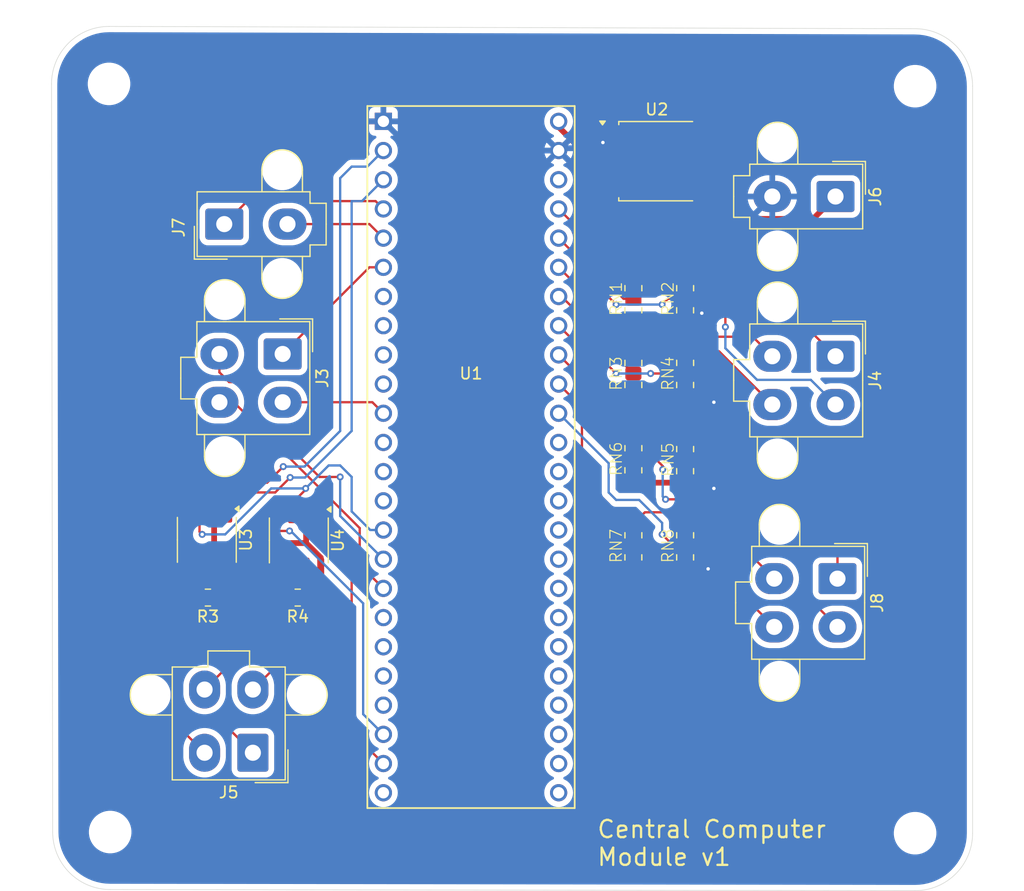
<source format=kicad_pcb>
(kicad_pcb (version 20240108) (generator "pcbnew") (generator_version "8.0")
  (layers (0 "F.Cu" signal) (31 "B.Cu" signal) (34 "B.Paste" user) (35 "F.Paste" user) (36 "B.SilkS" user "B.Silkscreen") (37 "F.SilkS" user "F.Silkscreen") (38 "B.Mask" user) (39 "F.Mask" user) (44 "Edge.Cuts" user))
  (net 0 "")
  (net 1 "Vin")
  (net 2 "GLV-")
  (net 3 "+5V")
  (net 4 "CANH_1")
  (net 5 "CANL_1")
  (net 6 "CAN_TX_1")
  (net 7 "+3.3V")
  (net 8 "CAN_RX_1")
  (net 9 "CAN_TX_2")
  (net 10 "CANH_2")
  (net 11 "CANL_2")
  (net 12 "CAN_RX_2")
  (net 15 "Net-(U1-16_A2_RX4_SCL1)")
  (net 17 "Net-(U1-21_A7_RX5_BCLK1)")
  (net 20 "Net-(U1-22_A8_CTX1)")
  (net 23 "Net-(U1-20_A6_TX5_LRCLK1)")
  (net 28 "PWM_in_2")
  (net 30 "i2c_SCL")
  (net 33 "Net-(U1-19_A5_SCL)")
  (net 34 "Net-(U1-17_A3_TX4_SDA1)")
  (net 36 "Net-(U1-18_A4_SDA)")
  (net 38 "i2c_SDA")
  (net 40 "PWM_in_1")
  (net 42 "brake_light")
  (net 45 "ready_to_drive_button")
  (net 50 "Net-(U1-23_A9_CRX1_MCLK1)")
  (net 53 "acc_ped_1")
  (net 54 "brake_2")
  (net 55 "acc_ped_2")
  (net 56 "brake_1")
  (net 57 "lin_pot_1")
  (net 58 "lin_pot_2")
  (net 59 "lin_pot_3")
  (net 60 "lin_pot_4")
  (footprint "voltagedivider:Voltage_Divider" (layer "F.Cu") (at 159.5 92 90)
    (property "Reference" "RN3" (at 0 -1.5 90) (layer "F.SilkS") (effects (font (thickness 0.1))))
    (property "Value" "VoltageDivider" (hide yes))
    (pad "1" smd roundrect (at -2 0 90) (size 1.2 1.4) (layers "F.Cu" "F.Paste" "F.Mask") (roundrect_rratio 0.208333) (net 2 "GLV-"))
    (pad "2" smd roundrect (at 0 0 90) (size 1.2 1.4) (layers "F.Cu" "F.Paste" "F.Mask") (roundrect_rratio 0.208333) (net 17 "Net-(U1-21_A7_RX5_BCLK1)"))
    (pad "3" smd roundrect (at 1.922936 0 270) (size 1.2 1.4) (layers "F.Cu" "F.Paste" "F.Mask") (roundrect_rratio 0.2) (net 59 "lin_pot_3"))
  )
  (footprint "Connector_Molex:Molex_Mini-Fit_Jr_5566-04A2_2x02_P4.20mm_Vertical" (layer "F.Cu") (at 177.25 109.85 -90)
    (property "Reference" "J8" (at 2.1 -3.45 90) (layer "F.SilkS"))
    (property "Value" "Conn_01x04_Socket")
    (pad "" np_thru_hole circle (at -4.7 5.04 270) (size 3 3) (drill 3) (layers "*.Cu" "*.Mask"))
    (pad "" np_thru_hole circle (at 8.9 5.04 270) (size 3 3) (drill 3) (layers "*.Cu" "*.Mask"))
    (pad "1" thru_hole roundrect (at 0 0 270) (size 2.7 3.3) (drill 1.4) (layers "*.Cu" "*.Mask") (roundrect_rratio 0.092593) (net 53 "acc_ped_1"))
    (pad "2" thru_hole oval (at 4.2 0 270) (size 2.7 3.3) (drill 1.4) (layers "*.Cu" "*.Mask") (net 55 "acc_ped_2"))
    (pad "3" thru_hole oval (at 0 5.5 270) (size 2.7 3.3) (drill 1.4) (layers "*.Cu" "*.Mask") (net 56 "brake_1"))
    (pad "4" thru_hole oval (at 4.2 5.5 270) (size 2.7 3.3) (drill 1.4) (layers "*.Cu" "*.Mask") (net 54 "brake_2"))
  )
  (footprint "Package_SO:SOIC-8_3.9x4.9mm_P1.27mm" (layer "F.Cu") (at 122.405 106.475 -90)
    (property "Reference" "U3" (at 0 -3.4 90) (layer "F.SilkS"))
    (property "Value" "SN65HVD230")
    (pad "1" smd roundrect (at -2.475 -1.905 270) (size 1.95 0.6) (layers "F.Cu" "F.Paste" "F.Mask") (net 6 "CAN_TX_1"))
    (pad "2" smd roundrect (at -2.475 -0.635 270) (size 1.95 0.6) (layers "F.Cu" "F.Paste" "F.Mask") (net 2 "GLV-"))
    (pad "3" smd roundrect (at -2.475 0.635 270) (size 1.95 0.6) (layers "F.Cu" "F.Paste" "F.Mask") (net 7 "+3.3V"))
    (pad "4" smd roundrect (at -2.475 1.905 270) (size 1.95 0.6) (layers "F.Cu" "F.Paste" "F.Mask") (net 8 "CAN_RX_1"))
    (pad "5" smd roundrect (at 2.475 1.905 270) (size 1.95 0.6) (layers "F.Cu" "F.Paste" "F.Mask") (net 2 "GLV-"))
    (pad "6" smd roundrect (at 2.475 0.635 270) (size 1.95 0.6) (layers "F.Cu" "F.Paste" "F.Mask") (net 5 "CANL_1"))
    (pad "7" smd roundrect (at 2.475 -0.635 270) (size 1.95 0.6) (layers "F.Cu" "F.Paste" "F.Mask") (net 4 "CANH_1"))
    (pad "8" smd roundrect (at 2.475 -1.905 270) (size 1.95 0.6) (layers "F.Cu" "F.Paste" "F.Mask") (net 2 "GLV-"))
  )
  (footprint "Connector_Molex:Molex_Mini-Fit_Jr_5566-04A2_2x02_P4.20mm_Vertical" (layer "F.Cu") (at 126.41 125 180)
    (property "Reference" "J5" (at 2.1 -3.45 0) (layer "F.SilkS"))
    (property "Value" "Conn_01x04_Socket")
    (pad "" np_thru_hole circle (at -4.7 5.04 180) (size 3 3) (drill 3) (layers "*.Cu" "*.Mask"))
    (pad "" np_thru_hole circle (at 8.9 5.04 180) (size 3 3) (drill 3) (layers "*.Cu" "*.Mask"))
    (pad "1" thru_hole roundrect (at 0 0 180) (size 2.7 3.3) (drill 1.4) (layers "*.Cu" "*.Mask") (roundrect_rratio 0.092593) (net 4 "CANH_1"))
    (pad "2" thru_hole oval (at 4.2 0 180) (size 2.7 3.3) (drill 1.4) (layers "*.Cu" "*.Mask") (net 5 "CANL_1"))
    (pad "3" thru_hole oval (at 0 5.5 180) (size 2.7 3.3) (drill 1.4) (layers "*.Cu" "*.Mask") (net 10 "CANH_2"))
    (pad "4" thru_hole oval (at 4.2 5.5 180) (size 2.7 3.3) (drill 1.4) (layers "*.Cu" "*.Mask") (net 11 "CANL_2"))
  )
  (footprint "Resistor_SMD:R_0805_2012Metric_Pad1.20x1.40mm_HandSolder" (layer "F.Cu") (at 122.5 111.5 180)
    (property "Reference" "R3" (at 0 -1.65 0) (layer "F.SilkS"))
    (property "Value" "R_US")
    (pad "1" smd roundrect (at -1 0 180) (size 1.2 1.4) (layers "F.Cu" "F.Paste" "F.Mask") (roundrect_rratio 0.208333) (net 4 "CANH_1"))
    (pad "2" smd roundrect (at 1 0 180) (size 1.2 1.4) (layers "F.Cu" "F.Paste" "F.Mask") (roundrect_rratio 0.208333) (net 5 "CANL_1"))
  )
  (footprint "teensy:CONN_4848-6000-CP_3MM" (layer "F.Cu") (at 137.76 70.06)
    (property "Reference" "U1" (at 7.62 21.94 0) (layer "F.SilkS"))
    (property "Value" "Teensy4.1")
    (pad "1" thru_hole rect (at 0 0) (size 1.4986 1.4986) (drill 0.9906) (layers "*.Cu" "*.Mask") (net 2 "GLV-"))
    (pad "2" thru_hole circle (at 0 2.54) (size 1.4986 1.4986) (drill 0.9906) (layers "*.Cu" "*.Mask") (net 8 "CAN_RX_1"))
    (pad "3" thru_hole circle (at 0 5.08) (size 1.4986 1.4986) (drill 0.9906) (layers "*.Cu" "*.Mask") (net 6 "CAN_TX_1"))
    (pad "4" thru_hole circle (at 0 7.62) (size 1.4986 1.4986) (drill 0.9906) (layers "*.Cu" "*.Mask") (net 40 "PWM_in_1"))
    (pad "5" thru_hole circle (at 0 10.16) (size 1.4986 1.4986) (drill 0.9906) (layers "*.Cu" "*.Mask") (net 28 "PWM_in_2"))
    (pad "6" thru_hole circle (at 0 12.7) (size 1.4986 1.4986) (drill 0.9906) (layers "*.Cu" "*.Mask") (net 45 "ready_to_drive_button"))
    (pad "7" thru_hole circle (at 0 15.24) (size 1.4986 1.4986) (drill 0.9906) (layers "*.Cu" "*.Mask"))
    (pad "8" thru_hole circle (at 0 17.78) (size 1.4986 1.4986) (drill 0.9906) (layers "*.Cu" "*.Mask"))
    (pad "9" thru_hole circle (at 0 20.32) (size 1.4986 1.4986) (drill 0.9906) (layers "*.Cu" "*.Mask"))
    (pad "10" thru_hole circle (at 0 22.86) (size 1.4986 1.4986) (drill 0.9906) (layers "*.Cu" "*.Mask"))
    (pad "11" thru_hole circle (at 0 25.4) (size 1.4986 1.4986) (drill 0.9906) (layers "*.Cu" "*.Mask") (net 42 "brake_light"))
    (pad "12" thru_hole circle (at 0 27.94) (size 1.4986 1.4986) (drill 0.9906) (layers "*.Cu" "*.Mask"))
    (pad "13" thru_hole circle (at 0 30.48) (size 1.4986 1.4986) (drill 0.9906) (layers "*.Cu" "*.Mask"))
    (pad "14" thru_hole circle (at 0 33.02) (size 1.4986 1.4986) (drill 0.9906) (layers "*.Cu" "*.Mask"))
    (pad "15" thru_hole circle (at 0 35.56) (size 1.4986 1.4986) (drill 0.9906) (layers "*.Cu" "*.Mask") (net 7 "+3.3V"))
    (pad "16" thru_hole circle (at 0 38.1) (size 1.4986 1.4986) (drill 0.9906) (layers "*.Cu" "*.Mask") (net 30 "i2c_SCL"))
    (pad "17" thru_hole circle (at 0 40.64) (size 1.4986 1.4986) (drill 0.9906) (layers "*.Cu" "*.Mask") (net 38 "i2c_SDA"))
    (pad "18" thru_hole circle (at 0 43.18) (size 1.4986 1.4986) (drill 0.9906) (layers "*.Cu" "*.Mask"))
    (pad "19" thru_hole circle (at 0 45.72) (size 1.4986 1.4986) (drill 0.9906) (layers "*.Cu" "*.Mask"))
    (pad "20" thru_hole circle (at 0 48.26) (size 1.4986 1.4986) (drill 0.9906) (layers "*.Cu" "*.Mask"))
    (pad "21" thru_hole circle (at 0 50.8) (size 1.4986 1.4986) (drill 0.9906) (layers "*.Cu" "*.Mask"))
    (pad "22" thru_hole circle (at 0 53.34) (size 1.4986 1.4986) (drill 0.9906) (layers "*.Cu" "*.Mask") (net 12 "CAN_RX_2"))
    (pad "23" thru_hole circle (at 0 55.88) (size 1.4986 1.4986) (drill 0.9906) (layers "*.Cu" "*.Mask") (net 9 "CAN_TX_2"))
    (pad "24" thru_hole circle (at 0 58.42) (size 1.4986 1.4986) (drill 0.9906) (layers "*.Cu" "*.Mask"))
    (pad "25" thru_hole circle (at 15.24 58.42) (size 1.4986 1.4986) (drill 0.9906) (layers "*.Cu" "*.Mask"))
    (pad "26" thru_hole circle (at 15.24 55.88) (size 1.4986 1.4986) (drill 0.9906) (layers "*.Cu" "*.Mask"))
    (pad "27" thru_hole circle (at 15.24 53.34) (size 1.4986 1.4986) (drill 0.9906) (layers "*.Cu" "*.Mask"))
    (pad "28" thru_hole circle (at 15.24 50.8) (size 1.4986 1.4986) (drill 0.9906) (layers "*.Cu" "*.Mask"))
    (pad "29" thru_hole circle (at 15.24 48.26) (size 1.4986 1.4986) (drill 0.9906) (layers "*.Cu" "*.Mask"))
    (pad "30" thru_hole circle (at 15.24 45.72) (size 1.4986 1.4986) (drill 0.9906) (layers "*.Cu" "*.Mask"))
    (pad "31" thru_hole circle (at 15.24 43.18) (size 1.4986 1.4986) (drill 0.9906) (layers "*.Cu" "*.Mask"))
    (pad "32" thru_hole circle (at 15.24 40.64) (size 1.4986 1.4986) (drill 0.9906) (layers "*.Cu" "*.Mask"))
    (pad "33" thru_hole circle (at 15.24 38.1) (size 1.4986 1.4986) (drill 0.9906) (layers "*.Cu" "*.Mask"))
    (pad "34" thru_hole circle (at 15.24 35.56) (size 1.4986 1.4986) (drill 0.9906) (layers "*.Cu" "*.Mask"))
    (pad "35" thru_hole circle (at 15.24 33.02) (size 1.4986 1.4986) (drill 0.9906) (layers "*.Cu" "*.Mask"))
    (pad "36" thru_hole circle (at 15.24 30.48) (size 1.4986 1.4986) (drill 0.9906) (layers "*.Cu" "*.Mask"))
    (pad "37" thru_hole circle (at 15.24 27.94) (size 1.4986 1.4986) (drill 0.9906) (layers "*.Cu" "*.Mask"))
    (pad "38" thru_hole circle (at 15.24 25.4) (size 1.4986 1.4986) (drill 0.9906) (layers "*.Cu" "*.Mask") (net 15 "Net-(U1-16_A2_RX4_SCL1)"))
    (pad "39" thru_hole circle (at 15.24 22.86) (size 1.4986 1.4986) (drill 0.9906) (layers "*.Cu" "*.Mask") (net 34 "Net-(U1-17_A3_TX4_SDA1)"))
    (pad "40" thru_hole circle (at 15.24 20.32) (size 1.4986 1.4986) (drill 0.9906) (layers "*.Cu" "*.Mask") (net 36 "Net-(U1-18_A4_SDA)"))
    (pad "41" thru_hole circle (at 15.24 17.78) (size 1.4986 1.4986) (drill 0.9906) (layers "*.Cu" "*.Mask") (net 33 "Net-(U1-19_A5_SCL)"))
    (pad "42" thru_hole circle (at 15.24 15.24) (size 1.4986 1.4986) (drill 0.9906) (layers "*.Cu" "*.Mask") (net 23 "Net-(U1-20_A6_TX5_LRCLK1)"))
    (pad "43" thru_hole circle (at 15.24 12.7) (size 1.4986 1.4986) (drill 0.9906) (layers "*.Cu" "*.Mask") (net 17 "Net-(U1-21_A7_RX5_BCLK1)"))
    (pad "44" thru_hole circle (at 15.24 10.16) (size 1.4986 1.4986) (drill 0.9906) (layers "*.Cu" "*.Mask") (net 20 "Net-(U1-22_A8_CTX1)"))
    (pad "45" thru_hole circle (at 15.24 7.62) (size 1.4986 1.4986) (drill 0.9906) (layers "*.Cu" "*.Mask") (net 50 "Net-(U1-23_A9_CRX1_MCLK1)"))
    (pad "46" thru_hole circle (at 15.24 5.08) (size 1.4986 1.4986) (drill 0.9906) (layers "*.Cu" "*.Mask"))
    (pad "47" thru_hole circle (at 15.24 2.54) (size 1.4986 1.4986) (drill 0.9906) (layers "*.Cu" "*.Mask") (net 2 "GLV-"))
    (pad "48" thru_hole circle (at 15.24 0) (size 1.4986 1.4986) (drill 0.9906) (layers "*.Cu" "*.Mask") (net 3 "+5V"))
  )
  (footprint "MountingHole:MountingHole_3.2mm_M3" (layer "F.Cu") (at 184 132)
    (property "Reference" "REF**" (hide yes))
    (property "Value" "MountingHole_3.2mm_M3")
    (pad "" np_thru_hole circle (at 0 0) (size 3.2 3.2) (drill 3.2) (layers "*.Cu" "*.Mask"))
  )
  (footprint "MountingHole:MountingHole_3.2mm_M3" (layer "F.Cu") (at 113.9 66.8)
    (property "Reference" "REF**" (hide yes))
    (property "Value" "MountingHole_3.2mm_M3")
    (pad "" np_thru_hole circle (at 0 0) (size 3.2 3.2) (drill 3.2) (layers "*.Cu" "*.Mask"))
  )
  (footprint "Connector_Molex:Molex_Mini-Fit_Jr_5566-04A2_2x02_P4.20mm_Vertical" (layer "F.Cu") (at 177.08 90.5 -90)
    (property "Reference" "J4" (at 2.1 -3.45 90) (layer "F.SilkS"))
    (property "Value" "Conn_01x04_Socket")
    (pad "" np_thru_hole circle (at -4.7 5.04 270) (size 3 3) (drill 3) (layers "*.Cu" "*.Mask"))
    (pad "" np_thru_hole circle (at 8.9 5.04 270) (size 3 3) (drill 3) (layers "*.Cu" "*.Mask"))
    (pad "1" thru_hole roundrect (at 0 0 270) (size 2.7 3.3) (drill 1.4) (layers "*.Cu" "*.Mask") (roundrect_rratio 0.092593) (net 57 "lin_pot_1"))
    (pad "2" thru_hole oval (at 4.2 0 270) (size 2.7 3.3) (drill 1.4) (layers "*.Cu" "*.Mask") (net 58 "lin_pot_2"))
    (pad "3" thru_hole oval (at 0 5.5 270) (size 2.7 3.3) (drill 1.4) (layers "*.Cu" "*.Mask") (net 59 "lin_pot_3"))
    (pad "4" thru_hole oval (at 4.2 5.5 270) (size 2.7 3.3) (drill 1.4) (layers "*.Cu" "*.Mask") (net 60 "lin_pot_4"))
  )
  (footprint "voltagedivider:Voltage_Divider" (layer "F.Cu") (at 164 92 90)
    (property "Reference" "RN4" (at 0 -1.5 90) (layer "F.SilkS") (effects (font (thickness 0.1))))
    (property "Value" "VoltageDivider" (hide yes))
    (pad "1" smd roundrect (at -2 0 90) (size 1.2 1.4) (layers "F.Cu" "F.Paste" "F.Mask") (roundrect_rratio 0.208333) (net 2 "GLV-"))
    (pad "2" smd roundrect (at 0 0 90) (size 1.2 1.4) (layers "F.Cu" "F.Paste" "F.Mask") (roundrect_rratio 0.208333) (net 23 "Net-(U1-20_A6_TX5_LRCLK1)"))
    (pad "3" smd roundrect (at 1.922936 0 270) (size 1.2 1.4) (layers "F.Cu" "F.Paste" "F.Mask") (roundrect_rratio 0.2) (net 60 "lin_pot_4"))
  )
  (footprint "voltagedivider:Voltage_Divider" (layer "F.Cu") (at 164 85.5 90)
    (property "Reference" "RN2" (at 0 -1.5 90) (layer "F.SilkS") (effects (font (thickness 0.1))))
    (property "Value" "VoltageDivider" (hide yes))
    (pad "1" smd roundrect (at -2 0 90) (size 1.2 1.4) (layers "F.Cu" "F.Paste" "F.Mask") (roundrect_rratio 0.208333) (net 2 "GLV-"))
    (pad "2" smd roundrect (at 0 0 90) (size 1.2 1.4) (layers "F.Cu" "F.Paste" "F.Mask") (roundrect_rratio 0.208333) (net 20 "Net-(U1-22_A8_CTX1)"))
    (pad "3" smd roundrect (at 1.922936 0 270) (size 1.2 1.4) (layers "F.Cu" "F.Paste" "F.Mask") (roundrect_rratio 0.2) (net 58 "lin_pot_2"))
  )
  (footprint "Resistor_SMD:R_0805_2012Metric_Pad1.20x1.40mm_HandSolder" (layer "F.Cu") (at 130.31 111.5 180)
    (property "Reference" "R4" (at 0 -1.65 0) (layer "F.SilkS"))
    (property "Value" "R_US")
    (pad "1" smd roundrect (at -1 0 180) (size 1.2 1.4) (layers "F.Cu" "F.Paste" "F.Mask") (roundrect_rratio 0.208333) (net 10 "CANH_2"))
    (pad "2" smd roundrect (at 1 0 180) (size 1.2 1.4) (layers "F.Cu" "F.Paste" "F.Mask") (roundrect_rratio 0.208333) (net 11 "CANL_2"))
  )
  (footprint "voltagedivider:Voltage_Divider" (layer "F.Cu") (at 159.5 107 90)
    (property "Reference" "RN7" (at 0 -1.5 90) (layer "F.SilkS") (effects (font (thickness 0.1))))
    (property "Value" "VoltageDivider" (hide yes))
    (pad "1" smd roundrect (at -2 0 90) (size 1.2 1.4) (layers "F.Cu" "F.Paste" "F.Mask") (roundrect_rratio 0.208333) (net 2 "GLV-"))
    (pad "2" smd roundrect (at 0 0 90) (size 1.2 1.4) (layers "F.Cu" "F.Paste" "F.Mask") (roundrect_rratio 0.208333) (net 34 "Net-(U1-17_A3_TX4_SDA1)"))
    (pad "3" smd roundrect (at 1.922936 0 270) (size 1.2 1.4) (layers "F.Cu" "F.Paste" "F.Mask") (roundrect_rratio 0.2) (net 56 "brake_1"))
  )
  (footprint "voltagedivider:Voltage_Divider" (layer "F.Cu") (at 164 99.5 90)
    (property "Reference" "RN5" (at 0 -1.5 90) (layer "F.SilkS") (effects (font (thickness 0.1))))
    (property "Value" "VoltageDivider" (hide yes))
    (pad "1" smd roundrect (at -2 0 90) (size 1.2 1.4) (layers "F.Cu" "F.Paste" "F.Mask") (roundrect_rratio 0.208333) (net 2 "GLV-"))
    (pad "2" smd roundrect (at 0 0 90) (size 1.2 1.4) (layers "F.Cu" "F.Paste" "F.Mask") (roundrect_rratio 0.208333) (net 33 "Net-(U1-19_A5_SCL)"))
    (pad "3" smd roundrect (at 1.922936 0 270) (size 1.2 1.4) (layers "F.Cu" "F.Paste" "F.Mask") (roundrect_rratio 0.2) (net 53 "acc_ped_1"))
  )
  (footprint "Package_SO:SOIC-8_3.9x4.9mm_P1.27mm" (layer "F.Cu") (at 130.405 106.525 -90)
    (property "Reference" "U4" (at 0 -3.4 90) (layer "F.SilkS"))
    (property "Value" "SN65HVD230")
    (pad "1" smd roundrect (at -2.475 -1.905 270) (size 1.95 0.6) (layers "F.Cu" "F.Paste" "F.Mask") (net 9 "CAN_TX_2"))
    (pad "2" smd roundrect (at -2.475 -0.635 270) (size 1.95 0.6) (layers "F.Cu" "F.Paste" "F.Mask") (net 2 "GLV-"))
    (pad "3" smd roundrect (at -2.475 0.635 270) (size 1.95 0.6) (layers "F.Cu" "F.Paste" "F.Mask") (net 7 "+3.3V"))
    (pad "4" smd roundrect (at -2.475 1.905 270) (size 1.95 0.6) (layers "F.Cu" "F.Paste" "F.Mask") (net 12 "CAN_RX_2"))
    (pad "5" smd roundrect (at 2.475 1.905 270) (size 1.95 0.6) (layers "F.Cu" "F.Paste" "F.Mask") (net 2 "GLV-"))
    (pad "6" smd roundrect (at 2.475 0.635 270) (size 1.95 0.6) (layers "F.Cu" "F.Paste" "F.Mask") (net 11 "CANL_2"))
    (pad "7" smd roundrect (at 2.475 -0.635 270) (size 1.95 0.6) (layers "F.Cu" "F.Paste" "F.Mask") (net 10 "CANH_2"))
    (pad "8" smd roundrect (at 2.475 -1.905 270) (size 1.95 0.6) (layers "F.Cu" "F.Paste" "F.Mask") (net 2 "GLV-"))
  )
  (footprint "MountingHole:MountingHole_3.2mm_M3" (layer "F.Cu") (at 184 67)
    (property "Reference" "REF**" (hide yes))
    (property "Value" "MountingHole_3.2mm_M3")
    (pad "" np_thru_hole circle (at 0 0) (size 3.2 3.2) (drill 3.2) (layers "*.Cu" "*.Mask"))
  )
  (footprint "MountingHole:MountingHole_3.2mm_M3" (layer "F.Cu") (at 114 131.9)
    (property "Reference" "REF**" (hide yes))
    (property "Value" "MountingHole_3.2mm_M3")
    (pad "" np_thru_hole circle (at 0 0) (size 3.2 3.2) (drill 3.2) (layers "*.Cu" "*.Mask"))
  )
  (footprint "Connector_Molex:Molex_Mini-Fit_Jr_5566-02A2_2x01_P4.20mm_Vertical" (layer "F.Cu") (at 123.92 79 90)
    (property "Reference" "J7" (at -0.3 -3.96 90) (layer "F.SilkS"))
    (property "Value" "Conn_01x02_Socket")
    (pad "" np_thru_hole circle (at -4.7 5.04 90) (size 3 3) (drill 3) (layers "*.Cu" "*.Mask"))
    (pad "" np_thru_hole circle (at 4.7 5.04 90) (size 3 3) (drill 3) (layers "*.Cu" "*.Mask"))
    (pad "1" thru_hole roundrect (at 0 0 90) (size 2.7 3.3) (drill 1.4) (layers "*.Cu" "*.Mask") (roundrect_rratio 0.092593) (net 40 "PWM_in_1"))
    (pad "2" thru_hole oval (at 0 5.5 90) (size 2.7 3.3) (drill 1.4) (layers "*.Cu" "*.Mask") (net 28 "PWM_in_2"))
  )
  (footprint "Package_TO_SOT_SMD:TO-252-3_TabPin2" (layer "F.Cu") (at 161.54 73.525)
    (property "Reference" "U2" (at 0 -4.5 0) (layer "F.SilkS"))
    (property "Value" "LM1117DT-1.8")
    (pad "1" smd roundrect (at -5.04 -2.28) (size 2.2 1.2) (layers "F.Cu" "F.Paste" "F.Mask") (roundrect_rratio 0.208333) (net 2 "GLV-"))
    (pad "2" smd roundrect (at -5.04 0) (size 2.2 1.2) (layers "F.Cu" "F.Paste" "F.Mask") (roundrect_rratio 0.208333) (net 3 "+5V"))
    (pad "2" smd roundrect (at -0.415 -1.525) (size 3.05 2.75) (layers "F.Cu" "F.Paste") (roundrect_rratio 0.090909) (net 3 "+5V"))
    (pad "2" smd roundrect (at -0.415 1.525) (size 3.05 2.75) (layers "F.Cu" "F.Paste") (roundrect_rratio 0.090909) (net 3 "+5V"))
    (pad "2" smd roundrect (at 1.26 0) (size 6.4 5.8) (layers "F.Cu" "F.Mask") (roundrect_rratio 0.043103) (net 3 "+5V"))
    (pad "2" smd roundrect (at 2.935 -1.525) (size 3.05 2.75) (layers "F.Cu" "F.Paste") (roundrect_rratio 0.090909) (net 3 "+5V"))
    (pad "2" smd roundrect (at 2.935 1.525) (size 3.05 2.75) (layers "F.Cu" "F.Paste") (roundrect_rratio 0.090909) (net 3 "+5V"))
    (pad "3" smd roundrect (at -5.04 2.28) (size 2.2 1.2) (layers "F.Cu" "F.Paste" "F.Mask") (roundrect_rratio 0.208333) (net 1 "Vin"))
  )
  (footprint "voltagedivider:Voltage_Divider" (layer "F.Cu") (at 164 107 90)
    (property "Reference" "RN8" (at 0 -1.5 90) (layer "F.SilkS") (effects (font (thickness 0.1))))
    (property "Value" "VoltageDivider" (hide yes))
    (pad "1" smd roundrect (at -2 0 90) (size 1.2 1.4) (layers "F.Cu" "F.Paste" "F.Mask") (roundrect_rratio 0.208333) (net 2 "GLV-"))
    (pad "2" smd roundrect (at 0 0 90) (size 1.2 1.4) (layers "F.Cu" "F.Paste" "F.Mask") (roundrect_rratio 0.208333) (net 15 "Net-(U1-16_A2_RX4_SCL1)"))
    (pad "3" smd roundrect (at 1.922936 0 270) (size 1.2 1.4) (layers "F.Cu" "F.Paste" "F.Mask") (roundrect_rratio 0.2) (net 54 "brake_2"))
  )
  (footprint "Connector_Molex:Molex_Mini-Fit_Jr_5566-02A2_2x01_P4.20mm_Vertical" (layer "F.Cu") (at 177.08 76.6 -90)
    (property "Reference" "J6" (at 0 -3.45 90) (layer "F.SilkS"))
    (property "Value" "Conn_01x02_Socket")
    (pad "" np_thru_hole circle (at -4.7 5.04 270) (size 3 3) (drill 3) (layers "*.Cu" "*.Mask"))
    (pad "" np_thru_hole circle (at 4.7 5.04 270) (size 3 3) (drill 3) (layers "*.Cu" "*.Mask"))
    (pad "1" thru_hole roundrect (at 0 0 270) (size 2.7 3.3) (drill 1.4) (layers "*.Cu" "*.Mask") (roundrect_rratio 0.092593) (net 1 "Vin"))
    (pad "2" thru_hole oval (at 0 5.5 270) (size 2.7 3.3) (drill 1.4) (layers "*.Cu" "*.Mask") (net 2 "GLV-"))
  )
  (footprint "voltagedivider:Voltage_Divider" (layer "F.Cu") (at 159.5 85.5 90)
    (property "Reference" "RN1" (at 0 -1.5 90) (layer "F.SilkS") (effects (font (thickness 0.1))))
    (property "Value" "VoltageDivider" (hide yes))
    (pad "1" smd roundrect (at -2 0 90) (size 1.2 1.4) (layers "F.Cu" "F.Paste" "F.Mask") (roundrect_rratio 0.208333) (net 2 "GLV-"))
    (pad "2" smd roundrect (at 0 0 90) (size 1.2 1.4) (layers "F.Cu" "F.Paste" "F.Mask") (roundrect_rratio 0.208333) (net 50 "Net-(U1-23_A9_CRX1_MCLK1)"))
    (pad "3" smd roundrect (at 1.922936 0 270) (size 1.2 1.4) (layers "F.Cu" "F.Paste" "F.Mask") (roundrect_rratio 0.2) (net 57 "lin_pot_1"))
  )
  (footprint "Connector_Molex:Molex_Mini-Fit_Jr_5566-04A2_2x02_P4.20mm_Vertical" (layer "F.Cu") (at 129 90.3 -90)
    (property "Reference" "J3" (at 2.1 -3.45 90) (layer "F.SilkS"))
    (property "Value" "Conn_01x04_Socket")
    (pad "" np_thru_hole circle (at -4.7 5.04 270) (size 3 3) (drill 3) (layers "*.Cu" "*.Mask"))
    (pad "" np_thru_hole circle (at 8.9 5.04 270) (size 3 3) (drill 3) (layers "*.Cu" "*.Mask"))
    (pad "1" thru_hole roundrect (at 0 0 270) (size 2.7 3.3) (drill 1.4) (layers "*.Cu" "*.Mask") (roundrect_rratio 0.092593) (net 45 "ready_to_drive_button"))
    (pad "2" thru_hole oval (at 4.2 0 270) (size 2.7 3.3) (drill 1.4) (layers "*.Cu" "*.Mask") (net 42 "brake_light"))
    (pad "3" thru_hole oval (at 0 5.5 270) (size 2.7 3.3) (drill 1.4) (layers "*.Cu" "*.Mask") (net 30 "i2c_SCL"))
    (pad "4" thru_hole oval (at 4.2 5.5 270) (size 2.7 3.3) (drill 1.4) (layers "*.Cu" "*.Mask") (net 38 "i2c_SDA"))
  )
  (footprint "voltagedivider:Voltage_Divider" (layer "F.Cu") (at 159.5 99.422936 90)
    (property "Reference" "RN6" (at 0 -1.5 90) (layer "F.SilkS") (effects (font (thickness 0.1))))
    (property "Value" "VoltageDivider" (hide yes))
    (pad "1" smd roundrect (at -2 0 90) (size 1.2 1.4) (layers "F.Cu" "F.Paste" "F.Mask") (roundrect_rratio 0.208333) (net 2 "GLV-"))
    (pad "2" smd roundrect (at 0 0 90) (size 1.2 1.4) (layers "F.Cu" "F.Paste" "F.Mask") (roundrect_rratio 0.208333) (net 36 "Net-(U1-18_A4_SDA)"))
    (pad "3" smd roundrect (at 1.922936 0 270) (size 1.2 1.4) (layers "F.Cu" "F.Paste" "F.Mask") (roundrect_rratio 0.2) (net 55 "acc_ped_2"))
  )
  (gr_line (start 189 67) (end 189 132) (stroke (width 0.05)) (layer "Edge.Cuts"))
  (gr_line (start 113.9 61.8) (end 184 62) (stroke (width 0.05)) (layer "Edge.Cuts"))
  (gr_arc (start 189 132) (mid 187.535534 135.535534) (end 184 137) (stroke (width 0.05)) (layer "Edge.Cuts"))
  (gr_line (start 109 131.9) (end 108.9 66.8) (stroke (width 0.05)) (layer "Edge.Cuts"))
  (gr_line (start 184 137) (end 114 136.9) (stroke (width 0.05)) (layer "Edge.Cuts"))
  (gr_arc (start 108.9 66.8) (mid 110.364466 63.264466) (end 113.9 61.8) (stroke (width 0.05)) (layer "Edge.Cuts"))
  (gr_arc (start 114 136.9) (mid 110.464466 135.435534) (end 109 131.9) (stroke (width 0.05)) (layer "Edge.Cuts"))
  (gr_arc (start 184 62) (mid 187.535534 63.464466) (end 189 67) (stroke (width 0.05)) (layer "Edge.Cuts"))
  (gr_text "Central Computer \nModule v1" (at 156.25 134.95 0) (layer "F.SilkS") (effects (font (size 1.5 1.5) (thickness 0.2)) (justify left bottom)))
  (segment (start 175.13 78.55) (end 177.08 76.6) (width 0.5) (layer "F.Cu") (net 1))
  (segment (start 156.5 75.805) (end 159.245 78.55) (width 0.5) (layer "F.Cu") (net 1))
  (segment (start 159.245 78.55) (end 175.13 78.55) (width 0.5) (layer "F.Cu") (net 1))
  (segment (start 118.85 79.15) (end 118.85 107.3) (width 0.5) (layer "F.Cu") (net 2))
  (segment (start 120.5 108.95) (end 120.5 107.573628) (width 0.5) (layer "F.Cu") (net 2))
  (segment (start 165.45 86.75) (end 164.7 87.5) (width 0.5) (layer "F.Cu") (net 2))
  (segment (start 132.31 109) (end 132.31 108.025001) (width 0.5) (layer "F.Cu") (net 2))
  (segment (start 120.5 107.573628) (end 120.823628 107.25) (width 0.5) (layer "F.Cu") (net 2))
  (segment (start 166 109) (end 164 109) (width 0.5) (layer "F.Cu") (net 2))
  (segment (start 120.823628 107.25) (end 122.495001 107.25) (width 0.5) (layer "F.Cu") (net 2))
  (segment (start 128 70) (end 118.85 79.15) (width 0.5) (layer "F.Cu") (net 2))
  (segment (start 164 109) (end 159.5 109) (width 0.5) (layer "F.Cu") (net 2))
  (segment (start 131.04 106.755001) (end 131.04 104.05) (width 0.5) (layer "F.Cu") (net 2))
  (segment (start 164 94) (end 159.5 94) (width 0.5) (layer "F.Cu") (net 2))
  (segment (start 156.5 71.55) (end 156.5 71.245) (width 0.5) (layer "F.Cu") (net 2))
  (segment (start 137.76 70.06) (end 128.06 70.06) (width 0.5) (layer "F.Cu") (net 2))
  (segment (start 164 101.5) (end 166 101.5) (width 0.5) (layer "F.Cu") (net 2))
  (segment (start 159.5 87.5) (end 164 87.5) (width 0.5) (layer "F.Cu") (net 2))
  (segment (start 123.04 106.705001) (end 123.04 104) (width 0.5) (layer "F.Cu") (net 2))
  (segment (start 128.5 108.025001) (end 129.77 106.755001) (width 0.5) (layer "F.Cu") (net 2))
  (segment (start 166 94) (end 166.5 94.5) (width 0.5) (layer "F.Cu") (net 2))
  (segment (start 129.77 106.755001) (end 131.04 106.755001) (width 0.5) (layer "F.Cu") (net 2))
  (segment (start 164 101.5) (end 159.577064 101.5) (width 0.5) (layer "F.Cu") (net 2))
  (segment (start 159.577064 101.5) (end 159.5 101.422936) (width 0.5) (layer "F.Cu") (net 2))
  (segment (start 156.85 71.9) (end 156.5 71.55) (width 0.5) (layer "F.Cu") (net 2))
  (segment (start 124.31 108.95) (end 128.45 108.95) (width 0.5) (layer "F.Cu") (net 2))
  (segment (start 166 101.5) (end 166.5 102) (width 0.5) (layer "F.Cu") (net 2))
  (segment (start 122.495001 107.25) (end 123.04 106.705001) (width 0.5) (layer "F.Cu") (net 2))
  (segment (start 124.31 107.975001) (end 123.04 106.705001) (width 0.5) (layer "F.Cu") (net 2))
  (segment (start 164 94) (end 166 94) (width 0.5) (layer "F.Cu") (net 2))
  (segment (start 128.06 70.06) (end 128 70) (width 0.5) (layer "F.Cu") (net 2))
  (segment (start 118.85 107.3) (end 120.5 108.95) (width 0.5) (layer "F.Cu") (net 2))
  (segment (start 164.7 87.5) (end 164 87.5) (width 0.5) (layer "F.Cu") (net 2))
  (segment (start 128.5 109) (end 128.5 108.025001) (width 0.5) (layer "F.Cu") (net 2))
  (segment (start 128.45 108.95) (end 128.5 109) (width 0.5) (layer "F.Cu") (net 2))
  (segment (start 124.31 108.95) (end 124.31 107.975001) (width 0.5) (layer "F.Cu") (net 2))
  (segment (start 132.31 108.025001) (end 131.04 106.755001) (width 0.5) (layer "F.Cu") (net 2))
  (via (at 156.85 71.9) (size 0.6) (drill 0.3) (layers "F.Cu" "B.Cu") (net 2))
  (via (at 166.5 102) (size 0.6) (drill 0.3) (layers "F.Cu" "B.Cu") (net 2))
  (via (at 166.5 94.5) (size 0.6) (drill 0.3) (layers "F.Cu" "B.Cu") (net 2))
  (via (at 165.45 86.75) (size 0.6) (drill 0.3) (layers "F.Cu" "B.Cu") (net 2))
  (via (at 166 109) (size 0.6) (drill 0.3) (layers "F.Cu" "B.Cu") (net 2))
  (segment (start 156.6 76.2) (end 153 72.6) (width 0.5) (layer "B.Cu") (net 2))
  (segment (start 165.45 86.75) (end 166.75 86.75) (width 0.5) (layer "B.Cu") (net 2))
  (segment (start 140.3 72.6) (end 137.76 70.06) (width 0.5) (layer "B.Cu") (net 2))
  (segment (start 156.5 79.5) (end 156.5 76.3) (width 0.5) (layer "B.Cu") (net 2))
  (segment (start 165.45 86.75) (end 166.5 87.8) (width 0.5) (layer "B.Cu") (net 2))
  (segment (start 156.5 79.5) (end 168.68 79.5) (width 0.5) (layer "B.Cu") (net 2))
  (segment (start 156.85 71.9) (end 156.35 72.4) (width 0.5) (layer "B.Cu") (net 2))
  (segment (start 166 109) (end 166.5 108.5) (width 0.5) (layer "B.Cu") (net 2))
  (segment (start 168.68 84.82) (end 168.68 79.5) (width 0.5) (layer "B.Cu") (net 2))
  (segment (start 166.75 86.75) (end 168.68 84.82) (width 0.5) (layer "B.Cu") (net 2))
  (segment (start 166.5 94.5) (end 166.5 102) (width 0.5) (layer "B.Cu") (net 2))
  (segment (start 156.35 72.4) (end 153.2 72.4) (width 0.5) (layer "B.Cu") (net 2))
  (segment (start 168.68 79.5) (end 171.58 76.6) (width 0.5) (layer "B.Cu") (net 2))
  (segment (start 153.2 72.4) (end 153 72.6) (width 0.5) (layer "B.Cu") (net 2))
  (segment (start 153 72.6) (end 140.3 72.6) (width 0.5) (layer "B.Cu") (net 2))
  (segment (start 166.5 87.8) (end 166.5 94.5) (width 0.5) (layer "B.Cu") (net 2))
  (segment (start 166.5 108.5) (end 166.5 102) (width 0.5) (layer "B.Cu") (net 2))
  (segment (start 156.5 73.525) (end 155.975 73.525) (width 0.5) (layer "F.Cu") (net 3))
  (segment (start 156.5 73.525) (end 155.875016 73.525) (width 0.5) (layer "F.Cu") (net 3))
  (segment (start 155.975 73.525) (end 153 70.55) (width 0.5) (layer "F.Cu") (net 3))
  (segment (start 156.5 73.525) (end 159.6 73.525) (width 0.5) (layer "F.Cu") (net 3))
  (segment (start 159.6 73.525) (end 161.125 72) (width 0.5) (layer "F.Cu") (net 3))
  (segment (start 153 70.55) (end 153 70.06) (width 0.5) (layer "F.Cu") (net 3))
  (segment (start 123.04 108.95) (end 123.04 111.04) (width 0.2) (layer "F.Cu") (net 4))
  (segment (start 123.5 111.5) (end 120 115) (width 0.2) (layer "F.Cu") (net 4))
  (segment (start 123.76 122.35) (end 126.41 125) (width 0.2) (layer "F.Cu") (net 4))
  (segment (start 120 115) (end 120 122) (width 0.2) (layer "F.Cu") (net 4))
  (segment (start 120 122) (end 120.35 122.35) (width 0.2) (layer "F.Cu") (net 4))
  (segment (start 123.04 111.04) (end 123.5 111.5) (width 0.2) (layer "F.Cu") (net 4))
  (segment (start 120.35 122.35) (end 123.76 122.35) (width 0.2) (layer "F.Cu") (net 4))
  (segment (start 119.36 122.15) (end 122.21 125) (width 0.2) (layer "F.Cu") (net 5))
  (segment (start 121.77 108.95) (end 121.77 111.23) (width 0.2) (layer "F.Cu") (net 5))
  (segment (start 119.36 113.64) (end 119.36 122.15) (width 0.2) (layer "F.Cu") (net 5))
  (segment (start 121.77 111.23) (end 121.5 111.5) (width 0.2) (layer "F.Cu") (net 5))
  (segment (start 121.5 111.5) (end 119.36 113.64) (width 0.2) (layer "F.Cu") (net 5))
  (segment (start 129.65 101.05) (end 128.35 102.35) (width 0.2) (layer "F.Cu") (net 6))
  (segment (start 124.31 102.84) (end 124.31 104) (width 0.2) (layer "F.Cu") (net 6))
  (segment (start 124.8 102.35) (end 124.31 102.84) (width 0.2) (layer "F.Cu") (net 6))
  (segment (start 128.35 102.35) (end 124.8 102.35) (width 0.2) (layer "F.Cu") (net 6))
  (via (at 129.65 101.05) (size 0.6) (drill 0.3) (layers "F.Cu" "B.Cu") (net 6))
  (segment (start 135.9 77) (end 137.76 75.14) (width 0.2) (layer "B.Cu") (net 6))
  (segment (start 135 97) (end 135 77) (width 0.2) (layer "B.Cu") (net 6))
  (segment (start 135 77) (end 135.9 77) (width 0.2) (layer "B.Cu") (net 6))
  (segment (start 129.65 101.05) (end 130.95 101.05) (width 0.2) (layer "B.Cu") (net 6))
  (segment (start 130.95 101.05) (end 135 97) (width 0.2) (layer "B.Cu") (net 6))
  (segment (start 131 102.1) (end 129.77 103.33) (width 0.2) (layer "F.Cu") (net 7))
  (segment (start 129.77 103.33) (end 129.77 104.05) (width 0.2) (layer "F.Cu") (net 7))
  (segment (start 121.77 104) (end 121.77 105.77) (width 0.2) (layer "F.Cu") (net 7))
  (segment (start 131 102) (end 131 102.1) (width 0.2) (layer "F.Cu") (net 7))
  (segment (start 121.77 105.77) (end 122 106) (width 0.2) (layer "F.Cu") (net 7))
  (via (at 131 102) (size 0.6) (drill 0.3) (layers "F.Cu" "B.Cu") (net 7))
  (via (at 122 106) (size 0.6) (drill 0.3) (layers "F.Cu" "B.Cu") (net 7))
  (segment (start 134 100) (end 135 101) (width 0.2) (layer "B.Cu") (net 7))
  (segment (start 133 100) (end 134 100) (width 0.2) (layer "B.Cu") (net 7))
  (segment (start 128 102) (end 131 102) (width 0.2) (layer "B.Cu") (net 7))
  (segment (start 135 101) (end 135 104) (width 0.2) (layer "B.Cu") (net 7))
  (segment (start 124 106) (end 128 102) (width 0.2) (layer "B.Cu") (net 7))
  (segment (start 122 106) (end 124 106) (width 0.2) (layer "B.Cu") (net 7))
  (segment (start 131 102) (end 133 100) (width 0.2) (layer "B.Cu") (net 7))
  (segment (start 135 104) (end 136.62 105.62) (width 0.2) (layer "B.Cu") (net 7))
  (segment (start 136.62 105.62) (end 137.76 105.62) (width 0.2) (layer "B.Cu") (net 7))
  (segment (start 129.05 100.1) (end 127.65 101.5) (width 0.2) (layer "F.Cu") (net 8))
  (segment (start 127.65 101.5) (end 122.025001 101.5) (width 0.2) (layer "F.Cu") (net 8))
  (segment (start 120.5 103.025001) (end 120.5 104) (width 0.2) (layer "F.Cu") (net 8))
  (segment (start 122.025001 101.5) (end 120.5 103.025001) (width 0.2) (layer "F.Cu") (net 8))
  (via (at 129.05 100.1) (size 0.6) (drill 0.3) (layers "F.Cu" "B.Cu") (net 8))
  (segment (start 130.9 100.1) (end 134 97) (width 0.2) (layer "B.Cu") (net 8))
  (segment (start 134 75) (end 135 74) (width 0.2) (layer "B.Cu") (net 8))
  (segment (start 136.36 74) (end 137.76 72.6) (width 0.2) (layer "B.Cu") (net 8))
  (segment (start 135 74) (end 136.36 74) (width 0.2) (layer "B.Cu") (net 8))
  (segment (start 134 97) (end 134 75) (width 0.2) (layer "B.Cu") (net 8))
  (segment (start 129.05 100.1) (end 130.9 100.1) (width 0.2) (layer "B.Cu") (net 8))
  (segment (start 135 106.74) (end 135 123.18) (width 0.2) (layer "F.Cu") (net 9))
  (segment (start 132.31 104.05) (end 135 106.74) (width 0.2) (layer "F.Cu") (net 9))
  (segment (start 135 123.18) (end 137.76 125.94) (width 0.2) (layer "F.Cu") (net 9))
  (segment (start 131.31 114.6) (end 126.41 119.5) (width 0.2) (layer "F.Cu") (net 10))
  (segment (start 131.04 109) (end 131.04 111.23) (width 0.2) (layer "F.Cu") (net 10))
  (segment (start 131.04 111.23) (end 131.31 111.5) (width 0.2) (layer "F.Cu") (net 10))
  (segment (start 131.31 111.5) (end 131.31 114.6) (width 0.2) (layer "F.Cu") (net 10))
  (segment (start 129.31 112.4) (end 122.21 119.5) (width 0.2) (layer "F.Cu") (net 11))
  (segment (start 129.77 109) (end 129.77 111.04) (width 0.2) (layer "F.Cu") (net 11))
  (segment (start 129.31 111.5) (end 129.31 112.4) (width 0.2) (layer "F.Cu") (net 11))
  (segment (start 129.77 111.04) (end 129.31 111.5) (width 0.2) (layer "F.Cu") (net 11))
  (segment (start 129.6 105.7) (end 128.65 105.7) (width 0.2) (layer "F.Cu") (net 12))
  (segment (start 128.5 105.55) (end 128.5 104.05) (width 0.2) (layer "F.Cu") (net 12))
  (segment (start 128.65 105.7) (end 128.5 105.55) (width 0.2) (layer "F.Cu") (net 12))
  (via (at 129.6 105.7) (size 0.6) (drill 0.3) (layers "F.Cu" "B.Cu") (net 12))
  (segment (start 136 112) (end 136 121.64) (width 0.2) (layer "B.Cu") (net 12))
  (segment (start 129.7 105.7) (end 136 112) (width 0.2) (layer "B.Cu") (net 12))
  (segment (start 129.6 105.7) (end 129.7 105.7) (width 0.2) (layer "B.Cu") (net 12))
  (segment (start 136 121.64) (end 137.76 123.4) (width 0.2) (layer "B.Cu") (net 12))
  (segment (start 163 107) (end 162 106) (width 0.2) (layer "F.Cu") (net 15))
  (segment (start 164 107) (end 163 107) (width 0.2) (layer "F.Cu") (net 15))
  (via (at 162 106) (size 0.6) (drill 0.3) (layers "F.Cu" "B.Cu") (net 15))
  (segment (start 158 103) (end 157.35 102.35) (width 0.2) (layer "B.Cu") (net 15))
  (segment (start 157.35 102.35) (end 157.35 99.81) (width 0.2) (layer "B.Cu") (net 15))
  (segment (start 157.35 99.81) (end 153 95.46) (width 0.2) (layer "B.Cu") (net 15))
  (segment (start 160 103) (end 158 103) (width 0.2) (layer "B.Cu") (net 15))
  (segment (start 162 105) (end 160 103) (width 0.2) (layer "B.Cu") (net 15))
  (segment (start 162 106) (end 162 105) (width 0.2) (layer "B.Cu") (net 15))
  (segment (start 153 82.76) (end 155.9 85.66) (width 0.2) (layer "F.Cu") (net 17))
  (segment (start 155.9 88.4) (end 159.5 92) (width 0.2) (layer "F.Cu") (net 17))
  (segment (start 155.9 85.66) (end 155.9 88.4) (width 0.2) (layer "F.Cu") (net 17))
  (segment (start 162.5 85.5) (end 162 86) (width 0.2) (layer "F.Cu") (net 20))
  (segment (start 155 82.22) (end 153 80.22) (width 0.2) (layer "F.Cu") (net 20))
  (segment (start 164 85.5) (end 162.5 85.5) (width 0.2) (layer "F.Cu") (net 20))
  (segment (start 155 83) (end 155 82.22) (width 0.2) (layer "F.Cu") (net 20))
  (segment (start 158 86) (end 155 83) (width 0.2) (layer "F.Cu") (net 20))
  (via (at 158 86) (size 0.6) (drill 0.3) (layers "F.Cu" "B.Cu") (net 20))
  (via (at 162 86) (size 0.6) (drill 0.3) (layers "F.Cu" "B.Cu") (net 20))
  (segment (start 162 86) (end 158 86) (width 0.2) (layer "B.Cu") (net 20))
  (segment (start 154.8 86.85) (end 154.8 88.8) (width 0.2) (layer "F.Cu") (net 23))
  (segment (start 154.8 88.8) (end 158 92) (width 0.2) (layer "F.Cu") (net 23))
  (segment (start 153.25 85.3) (end 154.8 86.85) (width 0.2) (layer "F.Cu") (net 23))
  (segment (start 153 85.3) (end 153.25 85.3) (width 0.2) (layer "F.Cu") (net 23))
  (segment (start 164 92) (end 161 92) (width 0.2) (layer "F.Cu") (net 23))
  (via (at 161 92) (size 0.6) (drill 0.3) (layers "F.Cu" "B.Cu") (net 23))
  (via (at 158 92) (size 0.6) (drill 0.3) (layers "F.Cu" "B.Cu") (net 23))
  (segment (start 161 92) (end 158 92) (width 0.2) (layer "B.Cu") (net 23))
  (segment (start 136.54 79) (end 129.42 79) (width 0.2) (layer "F.Cu") (net 28))
  (segment (start 137.76 80.22) (end 136.54 79) (width 0.2) (layer "F.Cu") (net 28))
  (segment (start 132.2 101) (end 134 101) (width 0.2) (layer "F.Cu") (net 30))
  (segment (start 123.5 90.3) (end 123.5 91.9) (width 0.2) (layer "F.Cu") (net 30))
  (segment (start 125 92.75) (end 126.25 94) (width 0.2) (layer "F.Cu") (net 30))
  (segment (start 124.35 92.75) (end 125 92.75) (width 0.2) (layer "F.Cu") (net 30))
  (segment (start 123.5 91.9) (end 124.35 92.75) (width 0.2) (layer "F.Cu") (net 30))
  (segment (start 126.25 94) (end 126.25 95.05) (width 0.2) (layer "F.Cu") (net 30))
  (segment (start 126.25 95.05) (end 132.2 101) (width 0.2) (layer "F.Cu") (net 30))
  (via (at 134 101) (size 0.6) (drill 0.3) (layers "F.Cu" "B.Cu") (net 30))
  (segment (start 134 101) (end 134 104.4) (width 0.2) (layer "B.Cu") (net 30))
  (segment (start 134 104.4) (end 137.76 108.16) (width 0.2) (layer "B.Cu") (net 30))
  (segment (start 161 96) (end 162 97) (width 0.2) (layer "F.Cu") (net 33))
  (segment (start 159 96) (end 161 96) (width 0.2) (layer "F.Cu") (net 33))
  (segment (start 157 91.84) (end 157 94) (width 0.2) (layer "F.Cu") (net 33))
  (segment (start 153 87.84) (end 157 91.84) (width 0.2) (layer "F.Cu") (net 33))
  (segment (start 157 94) (end 159 96) (width 0.2) (layer "F.Cu") (net 33))
  (segment (start 162 97) (end 162 97.5) (width 0.2) (layer "F.Cu") (net 33))
  (segment (start 162 97.5) (end 164 99.5) (width 0.2) (layer "F.Cu") (net 33))
  (segment (start 157.35 104.85) (end 157.35 103.35) (width 0.2) (layer "F.Cu") (net 34))
  (segment (start 155.02723 101.02723) (end 155.02723 94.94723) (width 0.2) (layer "F.Cu") (net 34))
  (segment (start 159.5 107) (end 157.35 104.85) (width 0.2) (layer "F.Cu") (net 34))
  (segment (start 157.35 103.35) (end 155.02723 101.02723) (width 0.2) (layer "F.Cu") (net 34))
  (segment (start 155.02723 94.94723) (end 153 92.92) (width 0.2) (layer "F.Cu") (net 34))
  (segment (start 158.768254 98.5) (end 158.4 98.131746) (width 0.2) (layer "F.Cu") (net 36))
  (segment (start 159.5 98.5) (end 158.768254 98.5) (width 0.2) (layer "F.Cu") (net 36))
  (segment (start 154.9 92.28) (end 153 90.38) (width 0.2) (layer "F.Cu") (net 36))
  (segment (start 158.4 96.7) (end 154.9 93.2) (width 0.2) (layer "F.Cu") (net 36))
  (segment (start 154.9 93.2) (end 154.9 92.28) (width 0.2) (layer "F.Cu") (net 36))
  (segment (start 159.5 99.422936) (end 159.5 98.5) (width 0.2) (layer "F.Cu") (net 36))
  (segment (start 158.4 98.131746) (end 158.4 96.7) (width 0.2) (layer "F.Cu") (net 36))
  (segment (start 135.7 105.45) (end 135.7 108.64) (width 0.2) (layer "F.Cu") (net 38))
  (segment (start 123.5 94.5) (end 124.75 94.5) (width 0.2) (layer "F.Cu") (net 38))
  (segment (start 124.75 94.5) (end 135.7 105.45) (width 0.2) (layer "F.Cu") (net 38))
  (segment (start 135.7 108.64) (end 137.76 110.7) (width 0.2) (layer "F.Cu") (net 38))
  (segment (start 137.08 77) (end 125.92 77) (width 0.2) (layer "F.Cu") (net 40))
  (segment (start 125.92 77) (end 123.92 79) (width 0.2) (layer "F.Cu") (net 40))
  (segment (start 137.76 77.68) (end 137.08 77) (width 0.2) (layer "F.Cu") (net 40))
  (segment (start 136.8 94.5) (end 137.76 95.46) (width 0.2) (layer "F.Cu") (net 42))
  (segment (start 129 94.5) (end 136.8 94.5) (width 0.2) (layer "F.Cu") (net 42))
  (segment (start 129 90.3) (end 136.54 82.76) (width 0.2) (layer "F.Cu") (net 45))
  (segment (start 136.54 82.76) (end 137.76 82.76) (width 0.2) (layer "F.Cu") (net 45))
  (segment (start 157.95 84.8) (end 158.65 85.5) (width 0.2) (layer "F.Cu") (net 50))
  (segment (start 154.25 78.93) (end 154.25 79.73995) (width 0.2) (layer "F.Cu") (net 50))
  (segment (start 153 77.68) (end 154.25 78.93) (width 0.2) (layer "F.Cu") (net 50))
  (segment (start 159.5 85.16739) (end 159.5 85.5) (width 0.2) (layer "F.Cu") (net 50))
  (segment (start 157.95 83.43995) (end 157.95 84.8) (width 0.2) (layer "F.Cu") (net 50))
  (segment (start 154.25 79.73995) (end 157.95 83.43995) (width 0.2) (layer "F.Cu") (net 50))
  (segment (start 158.65 85.5) (end 159.5 85.5) (width 0.2) (layer "F.Cu") (net 50))
  (segment (start 172.976295 103.3) (end 177.25 107.573705) (width 0.2) (layer "F.Cu") (net 53))
  (segment (start 169.722936 103.3) (end 172.976295 103.3) (width 0.2) (layer "F.Cu") (net 53))
  (segment (start 164 97.577064) (end 169.722936 103.3) (width 0.2) (layer "F.Cu") (net 53))
  (segment (start 177.25 107.573705) (end 177.25 109.85) (width 0.2) (layer "F.Cu") (net 53))
  (segment (start 167.15 108.227064) (end 167.15 109.45) (width 0.2) (layer "F.Cu") (net 54))
  (segment (start 164 105.077064) (end 167.15 108.227064) (width 0.2) (layer "F.Cu") (net 54))
  (segment (start 167.15 109.45) (end 171.75 114.05) (width 0.2) (layer "F.Cu") (net 54))
  (segment (start 159.5 97.5) (end 162.05 100.05) (width 0.2) (layer "F.Cu") (net 55))
  (segment (start 171.4 107.15) (end 172.9 107.15) (width 0.2) (layer "F.Cu") (net 55))
  (segment (start 172.9 107.15) (end 174.55 108.8) (width 0.2) (layer "F.Cu") (net 55))
  (segment (start 162.05 100.05) (end 162.05 100.35) (width 0.2) (layer "F.Cu") (net 55))
  (segment (start 174.55 108.8) (end 174.55 111.35) (width 0.2) (layer "F.Cu") (net 55))
  (segment (start 162.3 102.95) (end 167.2 102.95) (width 0.2) (layer "F.Cu") (net 55))
  (segment (start 174.55 111.35) (end 177.25 114.05) (width 0.2) (layer "F.Cu") (net 55))
  (segment (start 167.2 102.95) (end 171.4 107.15) (width 0.2) (layer "F.Cu") (net 55))
  (via (at 162.3 102.95) (size 0.6) (drill 0.3) (layers "F.Cu" "B.Cu") (net 55))
  (via (at 162.05 100.35) (size 0.6) (drill 0.3) (layers "F.Cu" "B.Cu") (net 55))
  (segment (start 162.05 100.35) (end 162.05 102.7) (width 0.2) (layer "B.Cu") (net 55))
  (segment (start 162.05 102.7) (end 162.3 102.95) (width 0.2) (layer "B.Cu") (net 55))
  (segment (start 165.977064 104.077064) (end 171.75 109.85) (width 0.2) (layer "F.Cu") (net 56))
  (segment (start 159.5 105.077064) (end 160.5 104.077064) (width 0.2) (layer "F.Cu") (net 56))
  (segment (start 160.5 104.077064) (end 165.977064 104.077064) (width 0.2) (layer "F.Cu") (net 56))
  (segment (start 164.95 82.2) (end 169.2 86.45) (width 0.2) (layer "F.Cu") (net 57))
  (segment (start 160.877064 82.2) (end 164.95 82.2) (width 0.2) (layer "F.Cu") (net 57))
  (segment (start 174.88 88.3) (end 177.08 90.5) (width 0.2) (layer "F.Cu") (net 57))
  (segment (start 169.2 86.45) (end 169.2 87.2) (width 0.2) (layer "F.Cu") (net 57))
  (segment (start 169.2 87.2) (end 170.3 88.3) (width 0.2) (layer "F.Cu") (net 57))
  (segment (start 170.3 88.3) (end 174.88 88.3) (width 0.2) (layer "F.Cu") (net 57))
  (segment (start 159.5 83.577064) (end 160.877064 82.2) (width 0.2) (layer "F.Cu") (net 57))
  (segment (start 167.5 87.077064) (end 164 83.577064) (width 0.2) (layer "F.Cu") (net 58))
  (segment (start 167.5 87.95) (end 167.5 87.077064) (width 0.2) (layer "F.Cu") (net 58))
  (via (at 167.5 87.95) (size 0.6) (drill 0.3) (layers "F.Cu" "B.Cu") (net 58))
  (segment (start 167.5 89.8) (end 170.25 92.55) (width 0.2) (layer "B.Cu") (net 58))
  (segment (start 174.93 92.55) (end 177.08 94.7) (width 0.2) (layer "B.Cu") (net 58))
  (segment (start 170.25 92.55) (end 174.93 92.55) (width 0.2) (layer "B.Cu") (net 58))
  (segment (start 167.5 87.95) (end 167.5 89.8) (width 0.2) (layer "B.Cu") (net 58))
  (segment (start 159.5 90.077064) (end 160.777064 88.8) (width 0.2) (layer "F.Cu") (net 59))
  (segment (start 169.88 88.8) (end 171.58 90.5) (width 0.2) (layer "F.Cu") (net 59))
  (segment (start 160.777064 88.8) (end 169.88 88.8) (width 0.2) (layer "F.Cu") (net 59))
  (segment (start 166.957064 90.077064) (end 171.58 94.7) (width 0.2) (layer "F.Cu") (net 60))
  (segment (start 164 90.077064) (end 166.957064 90.077064) (width 0.2) (layer "F.Cu") (net 60))
  (zone (net 2) (net_name "GLV-") (layer "B.Cu") (connect_pads (clearance 0.5)) (min_thickness 0.25) (fill yes (thermal_gap 0.5) (thermal_bridge_width 0.5))
    (polygon (pts (xy 109 59.5) (xy 189 59.5) (xy 189 137) (xy 109 137)))
  )
)
</source>
